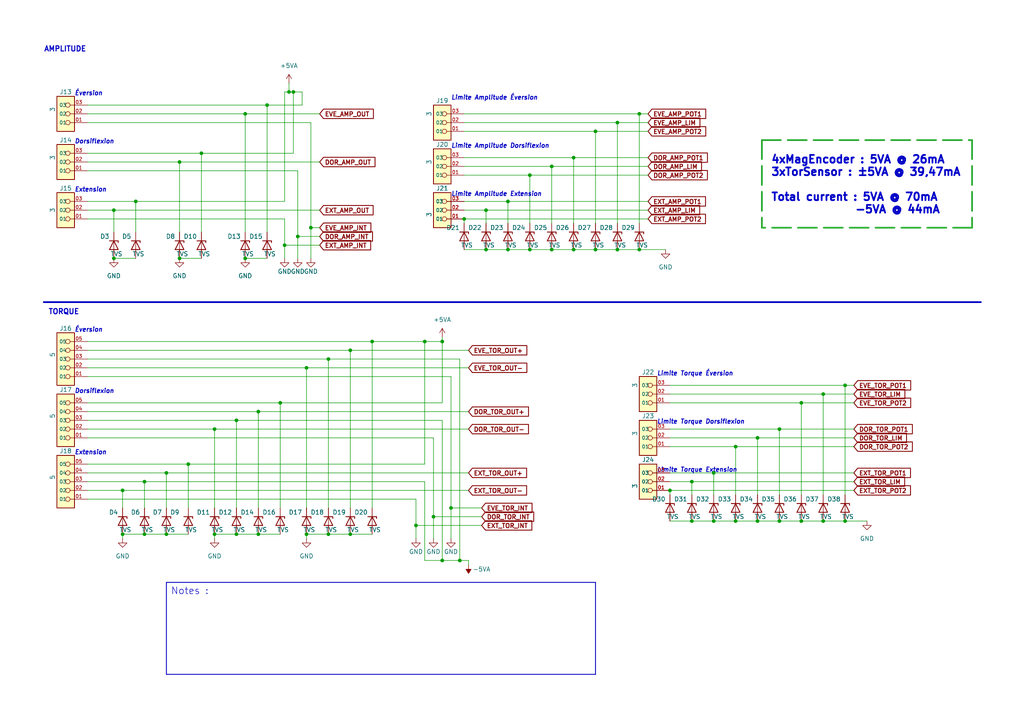
<source format=kicad_sch>
(kicad_sch (version 20211123) (generator eeschema)
  (paper "A4")
  (lib_symbols
    (symbol "Device:D_Zener" (pin_numbers hide) (pin_names (offset 1.016) hide)
      (property "Reference" "D" (at 0 2.54 0))
      (property "Value" "D_Zener" (at 0 -2.54 0))
      (symbol "D_Zener_0_1"
        (polyline (pts (xy 1.27 0) (xy -1.27 0)))
        (polyline (pts (xy -1.27 -1.27) (xy -1.27 1.27) (xy -0.762 1.27)) (stroke (width 0.254)))
        (polyline (pts (xy 1.27 -1.27) (xy 1.27 1.27) (xy -1.27 0) (xy 1.27 -1.27)) (stroke (width 0.254)))
      )
      (symbol "D_Zener_1_1"
        (pin passive line (at -3.81 0 0) (length 2.54) (name "K") (number "1"))
        (pin passive line (at 3.81 0 180) (length 2.54) (name "A") (number "2"))
      )
    )
    (symbol "SymLib:1751109" (pin_names (offset 1.016))
      (property "Reference" "J" (at -6.85 5.08 0))
      (property "Value" "1751109" (at -6.35 -7.62 0))
      (symbol "1751109_0_0"
        (rectangle (start -6.35 5.08) (end -1.27 -5.08) (stroke (width 0.254)) (fill (type background)))
        (circle (center -4.445 -2.54) (radius 0.635) (stroke (width 0.1524)))
        (circle (center -4.445 0) (radius 0.635) (stroke (width 0.1524)))
        (circle (center -4.445 2.54) (radius 0.635) (stroke (width 0.1524)))
        (pin passive line (at -10.16 2.54 0) (length 5.08) (name "01") (number "01"))
        (pin passive line (at -10.16 0 0) (length 5.08) (name "02") (number "02"))
        (pin passive line (at -10.16 -2.54 0) (length 5.08) (name "03") (number "03"))
      )
    )
    (symbol "SymLib:1751125" (pin_names (offset 1.016))
      (property "Reference" "J" (at -6.85 7.62 0))
      (property "Value" "1751125" (at -6.35 -10.16 0))
      (symbol "1751125_0_0"
        (rectangle (start -6.35 7.62) (end -1.27 -7.62) (stroke (width 0.254)) (fill (type background)))
        (circle (center -4.445 -5.08) (radius 0.635) (stroke (width 0.1524)))
        (circle (center -4.445 -2.54) (radius 0.635) (stroke (width 0.1524)))
        (circle (center -4.445 0) (radius 0.635) (stroke (width 0.1524)))
        (circle (center -4.445 2.54) (radius 0.635) (stroke (width 0.1524)))
        (circle (center -4.445 5.08) (radius 0.635) (stroke (width 0.1524)))
        (pin passive line (at -10.16 5.08 0) (length 5.08) (name "01") (number "01"))
        (pin passive line (at -10.16 2.54 0) (length 5.08) (name "02") (number "02"))
        (pin passive line (at -10.16 0 0) (length 5.08) (name "03") (number "03"))
        (pin passive line (at -10.16 -2.54 0) (length 5.08) (name "04") (number "04"))
        (pin passive line (at -10.16 -5.08 0) (length 5.08) (name "05") (number "05"))
      )
    )
    (symbol "power:+5VA" (power) (pin_names (offset 0))
      (property "Value" "+5VA" (at 0 3.556 0))
      (symbol "+5VA_0_1"
        (polyline (pts (xy -0.762 1.27) (xy 0 2.54)))
        (polyline (pts (xy 0 0) (xy 0 2.54)))
        (polyline (pts (xy 0 2.54) (xy 0.762 1.27)))
      )
      (symbol "+5VA_1_1"
        (pin power_in line (at 0 0 90) (length 0) hide (name "+5VA") (number "1"))
      )
    )
    (symbol "power:-5VA" (power) (pin_names (offset 0))
      (property "Value" "-5VA" (at 0 3.81 0))
      (symbol "-5VA_0_0"
        (pin power_in line (at 0 0 90) (length 0) hide (name "-5VA") (number "1"))
      )
      (symbol "-5VA_0_1"
        (polyline (pts (xy 0 0) (xy 0 1.27) (xy 0.762 1.27) (xy 0 2.54) (xy -0.762 1.27) (xy 0 1.27)) (fill (type outline)))
      )
    )
    (symbol "power:GND" (power) (pin_names (offset 0))
      (property "Value" "GND" (at 0 -3.81 0))
      (symbol "GND_0_1"
        (polyline (pts (xy 0 0) (xy 0 -1.27) (xy 1.27 -1.27) (xy 0 -2.54) (xy -1.27 -1.27) (xy 0 -1.27)))
      )
      (symbol "GND_1_1"
        (pin power_in line (at 0 0 270) (length 0) hide (name "GND") (number "1"))
      )
    )
  )
  (junction (at 48.26 137.16))
  (junction (at 85.09 26.67))
  (junction (at 125.73 149.86))
  (junction (at 41.91 154.94))
  (junction (at 88.9 154.94))
  (junction (at 41.91 139.7))
  (junction (at 207.01 151.13))
  (junction (at 74.93 119.38))
  (junction (at 52.07 46.99))
  (junction (at 62.23 124.46))
  (junction (at 77.47 30.48))
  (junction (at 185.42 72.39))
  (junction (at 95.25 154.94))
  (junction (at 95.25 104.14))
  (junction (at 82.55 71.12))
  (junction (at 140.97 72.39))
  (junction (at 48.26 154.94))
  (junction (at 232.41 151.13))
  (junction (at 179.07 72.39))
  (junction (at 147.32 58.42))
  (junction (at 140.97 60.96))
  (junction (at 101.6 154.94))
  (junction (at 35.56 154.94))
  (junction (at 179.07 35.56))
  (junction (at 33.02 60.96))
  (junction (at 219.71 151.13))
  (junction (at 207.01 137.16))
  (junction (at 185.42 33.02))
  (junction (at 172.72 38.1))
  (junction (at 238.76 151.13))
  (junction (at 245.11 111.76))
  (junction (at 128.27 162.56))
  (junction (at 90.17 66.04))
  (junction (at 245.11 151.13))
  (junction (at 107.95 99.06))
  (junction (at 153.67 50.8))
  (junction (at 71.12 33.02))
  (junction (at 200.66 139.7))
  (junction (at 166.37 45.72))
  (junction (at 120.65 152.4))
  (junction (at 226.06 124.46))
  (junction (at 101.6 101.6))
  (junction (at 123.19 99.06))
  (junction (at 219.71 127))
  (junction (at 33.02 74.93))
  (junction (at 134.62 63.5))
  (junction (at 68.58 154.94))
  (junction (at 35.56 142.24))
  (junction (at 130.81 147.32))
  (junction (at 68.58 121.92))
  (junction (at 52.07 74.93))
  (junction (at 62.23 154.94))
  (junction (at 232.41 116.84))
  (junction (at 86.36 68.58))
  (junction (at 160.02 72.39))
  (junction (at 200.66 151.13))
  (junction (at 71.12 74.93))
  (junction (at 213.36 129.54))
  (junction (at 133.35 162.56))
  (junction (at 160.02 48.26))
  (junction (at 58.42 44.45))
  (junction (at 166.37 72.39))
  (junction (at 128.27 99.06))
  (junction (at 39.37 58.42))
  (junction (at 83.82 26.67))
  (junction (at 54.61 134.62))
  (junction (at 226.06 151.13))
  (junction (at 213.36 151.13))
  (junction (at 147.32 72.39))
  (junction (at 194.31 142.24))
  (junction (at 74.93 154.94))
  (junction (at 81.28 116.84))
  (junction (at 238.76 114.3))
  (junction (at 172.72 72.39))
  (junction (at 153.67 72.39))
  (junction (at 88.9 106.68))
  (wire (pts (xy 68.58 121.92) (xy 68.58 147.32)))
  (wire (pts (xy 213.36 129.54) (xy 213.36 143.51)))
  (wire (pts (xy 92.71 60.96) (xy 33.02 60.96)))
  (wire (pts (xy 85.09 26.67) (xy 87.63 26.67)))
  (wire (pts (xy 187.96 38.1) (xy 172.72 38.1)))
  (wire (pts (xy 25.4 109.22) (xy 130.81 109.22)))
  (wire (pts (xy 147.32 72.39) (xy 153.67 72.39)))
  (wire (pts (xy 81.28 116.84) (xy 81.28 147.32)))
  (wire (pts (xy 54.61 134.62) (xy 123.19 134.62)))
  (wire (pts (xy 172.72 38.1) (xy 134.62 38.1)))
  (wire (pts (xy 41.91 139.7) (xy 123.19 139.7)))
  (wire (pts (xy 232.41 151.13) (xy 238.76 151.13)))
  (wire (pts (xy 88.9 106.68) (xy 135.89 106.68)))
  (wire (pts (xy 107.95 99.06) (xy 123.19 99.06)))
  (wire (pts (xy 166.37 72.39) (xy 172.72 72.39)))
  (polyline (pts (xy 48.26 168.91) (xy 48.26 195.58)) (stroke (width 0.25) (type solid)))
  (wire (pts (xy 153.67 72.39) (xy 160.02 72.39)))
  (wire (pts (xy 25.4 44.45) (xy 58.42 44.45)))
  (wire (pts (xy 130.81 147.32) (xy 139.7 147.32)))
  (wire (pts (xy 25.4 142.24) (xy 35.56 142.24)))
  (wire (pts (xy 25.4 121.92) (xy 68.58 121.92)))
  (wire (pts (xy 25.4 30.48) (xy 77.47 30.48)))
  (wire (pts (xy 194.31 151.13) (xy 200.66 151.13)))
  (wire (pts (xy 219.71 151.13) (xy 226.06 151.13)))
  (wire (pts (xy 123.19 139.7) (xy 123.19 162.56)))
  (wire (pts (xy 86.36 68.58) (xy 86.36 74.93)))
  (wire (pts (xy 135.89 101.6) (xy 101.6 101.6)))
  (wire (pts (xy 140.97 72.39) (xy 147.32 72.39)))
  (wire (pts (xy 128.27 121.92) (xy 128.27 162.56)))
  (wire (pts (xy 77.47 30.48) (xy 87.63 30.48)))
  (wire (pts (xy 187.96 63.5) (xy 134.62 63.5)))
  (wire (pts (xy 247.65 124.46) (xy 226.06 124.46)))
  (wire (pts (xy 86.36 49.53) (xy 86.36 68.58)))
  (wire (pts (xy 101.6 154.94) (xy 107.95 154.94)))
  (wire (pts (xy 48.26 154.94) (xy 54.61 154.94)))
  (wire (pts (xy 187.96 48.26) (xy 160.02 48.26)))
  (wire (pts (xy 107.95 99.06) (xy 107.95 147.32)))
  (wire (pts (xy 25.4 58.42) (xy 39.37 58.42)))
  (wire (pts (xy 125.73 149.86) (xy 125.73 156.21)))
  (wire (pts (xy 247.65 127) (xy 219.71 127)))
  (wire (pts (xy 187.96 35.56) (xy 179.07 35.56)))
  (wire (pts (xy 25.4 144.78) (xy 120.65 144.78)))
  (wire (pts (xy 130.81 147.32) (xy 130.81 156.21)))
  (wire (pts (xy 135.89 162.56) (xy 135.89 163.83)))
  (wire (pts (xy 88.9 154.94) (xy 95.25 154.94)))
  (wire (pts (xy 179.07 35.56) (xy 179.07 64.77)))
  (wire (pts (xy 128.27 162.56) (xy 133.35 162.56)))
  (wire (pts (xy 25.4 124.46) (xy 62.23 124.46)))
  (wire (pts (xy 207.01 137.16) (xy 194.31 137.16)))
  (wire (pts (xy 39.37 58.42) (xy 82.55 58.42)))
  (wire (pts (xy 81.28 116.84) (xy 128.27 116.84)))
  (wire (pts (xy 245.11 151.13) (xy 251.46 151.13)))
  (polyline (pts (xy 220.98 40.64) (xy 220.98 66.04)) (stroke (width 0.5) (type dash) (color 37 168 45 1)))
  (wire (pts (xy 120.65 152.4) (xy 139.7 152.4)))
  (wire (pts (xy 219.71 127) (xy 194.31 127)))
  (wire (pts (xy 88.9 154.94) (xy 88.9 156.21)))
  (wire (pts (xy 83.82 26.67) (xy 85.09 26.67)))
  (wire (pts (xy 247.65 129.54) (xy 213.36 129.54)))
  (wire (pts (xy 74.93 119.38) (xy 74.93 147.32)))
  (wire (pts (xy 133.35 104.14) (xy 133.35 162.56)))
  (wire (pts (xy 140.97 60.96) (xy 140.97 64.77)))
  (wire (pts (xy 247.65 116.84) (xy 232.41 116.84)))
  (wire (pts (xy 95.25 104.14) (xy 95.25 147.32)))
  (wire (pts (xy 135.89 137.16) (xy 48.26 137.16)))
  (wire (pts (xy 74.93 119.38) (xy 25.4 119.38)))
  (wire (pts (xy 25.4 104.14) (xy 95.25 104.14)))
  (wire (pts (xy 86.36 68.58) (xy 92.71 68.58)))
  (wire (pts (xy 160.02 72.39) (xy 166.37 72.39)))
  (wire (pts (xy 82.55 63.5) (xy 82.55 71.12)))
  (wire (pts (xy 25.4 63.5) (xy 82.55 63.5)))
  (wire (pts (xy 128.27 99.06) (xy 123.19 99.06)))
  (polyline (pts (xy 48.26 168.91) (xy 172.72 168.91)) (stroke (width 0.25) (type solid)))
  (wire (pts (xy 25.4 106.68) (xy 88.9 106.68)))
  (polyline (pts (xy 172.72 195.58) (xy 48.26 195.58)) (stroke (width 0.25) (type solid)))
  (wire (pts (xy 52.07 74.93) (xy 58.42 74.93)))
  (wire (pts (xy 101.6 101.6) (xy 101.6 147.32)))
  (wire (pts (xy 219.71 127) (xy 219.71 143.51)))
  (wire (pts (xy 25.4 60.96) (xy 33.02 60.96)))
  (wire (pts (xy 140.97 60.96) (xy 134.62 60.96)))
  (wire (pts (xy 187.96 33.02) (xy 185.42 33.02)))
  (wire (pts (xy 135.89 162.56) (xy 133.35 162.56)))
  (wire (pts (xy 245.11 111.76) (xy 194.31 111.76)))
  (wire (pts (xy 33.02 74.93) (xy 39.37 74.93)))
  (wire (pts (xy 25.4 127) (xy 125.73 127)))
  (wire (pts (xy 35.56 142.24) (xy 35.56 147.32)))
  (wire (pts (xy 62.23 154.94) (xy 68.58 154.94)))
  (wire (pts (xy 130.81 109.22) (xy 130.81 147.32)))
  (wire (pts (xy 187.96 58.42) (xy 147.32 58.42)))
  (wire (pts (xy 172.72 72.39) (xy 179.07 72.39)))
  (wire (pts (xy 39.37 58.42) (xy 39.37 67.31)))
  (wire (pts (xy 232.41 116.84) (xy 194.31 116.84)))
  (wire (pts (xy 238.76 151.13) (xy 245.11 151.13)))
  (wire (pts (xy 185.42 72.39) (xy 193.04 72.39)))
  (wire (pts (xy 82.55 71.12) (xy 92.71 71.12)))
  (wire (pts (xy 58.42 44.45) (xy 58.42 67.31)))
  (wire (pts (xy 101.6 101.6) (xy 25.4 101.6)))
  (wire (pts (xy 33.02 60.96) (xy 33.02 67.31)))
  (wire (pts (xy 25.4 33.02) (xy 71.12 33.02)))
  (wire (pts (xy 35.56 154.94) (xy 41.91 154.94)))
  (wire (pts (xy 85.09 26.67) (xy 85.09 44.45)))
  (wire (pts (xy 147.32 58.42) (xy 134.62 58.42)))
  (wire (pts (xy 213.36 151.13) (xy 219.71 151.13)))
  (wire (pts (xy 58.42 44.45) (xy 85.09 44.45)))
  (wire (pts (xy 25.4 99.06) (xy 107.95 99.06)))
  (wire (pts (xy 25.4 116.84) (xy 81.28 116.84)))
  (wire (pts (xy 120.65 152.4) (xy 120.65 156.21)))
  (wire (pts (xy 135.89 119.38) (xy 74.93 119.38)))
  (wire (pts (xy 62.23 154.94) (xy 62.23 156.21)))
  (wire (pts (xy 238.76 114.3) (xy 194.31 114.3)))
  (wire (pts (xy 185.42 33.02) (xy 134.62 33.02)))
  (polyline (pts (xy 12.7 87.63) (xy 284.48 87.63)) (stroke (width 0.5) (type solid)))
  (wire (pts (xy 54.61 134.62) (xy 54.61 147.32)))
  (wire (pts (xy 62.23 124.46) (xy 135.89 124.46)))
  (wire (pts (xy 185.42 33.02) (xy 185.42 64.77)))
  (wire (pts (xy 153.67 50.8) (xy 134.62 50.8)))
  (wire (pts (xy 160.02 48.26) (xy 134.62 48.26)))
  (wire (pts (xy 160.02 48.26) (xy 160.02 64.77)))
  (wire (pts (xy 62.23 124.46) (xy 62.23 147.32)))
  (wire (pts (xy 68.58 121.92) (xy 128.27 121.92)))
  (wire (pts (xy 200.66 139.7) (xy 194.31 139.7)))
  (wire (pts (xy 25.4 46.99) (xy 52.07 46.99)))
  (wire (pts (xy 200.66 139.7) (xy 200.66 143.51)))
  (wire (pts (xy 172.72 38.1) (xy 172.72 64.77)))
  (wire (pts (xy 207.01 137.16) (xy 207.01 143.51)))
  (wire (pts (xy 179.07 72.39) (xy 185.42 72.39)))
  (wire (pts (xy 52.07 46.99) (xy 52.07 67.31)))
  (wire (pts (xy 200.66 151.13) (xy 207.01 151.13)))
  (wire (pts (xy 187.96 45.72) (xy 166.37 45.72)))
  (wire (pts (xy 147.32 58.42) (xy 147.32 64.77)))
  (wire (pts (xy 83.82 24.13) (xy 83.82 26.67)))
  (wire (pts (xy 226.06 151.13) (xy 232.41 151.13)))
  (wire (pts (xy 95.25 154.94) (xy 101.6 154.94)))
  (wire (pts (xy 194.31 142.24) (xy 194.31 143.51)))
  (wire (pts (xy 90.17 35.56) (xy 90.17 66.04)))
  (wire (pts (xy 41.91 154.94) (xy 48.26 154.94)))
  (wire (pts (xy 153.67 50.8) (xy 153.67 64.77)))
  (wire (pts (xy 245.11 111.76) (xy 245.11 143.51)))
  (wire (pts (xy 232.41 116.84) (xy 232.41 143.51)))
  (wire (pts (xy 25.4 35.56) (xy 90.17 35.56)))
  (wire (pts (xy 71.12 74.93) (xy 77.47 74.93)))
  (wire (pts (xy 82.55 26.67) (xy 82.55 58.42)))
  (wire (pts (xy 90.17 66.04) (xy 92.71 66.04)))
  (wire (pts (xy 74.93 154.94) (xy 81.28 154.94)))
  (wire (pts (xy 134.62 72.39) (xy 140.97 72.39)))
  (polyline (pts (xy 281.94 40.64) (xy 281.94 66.04)) (stroke (width 0.5) (type dash) (color 37 168 45 1)))
  (wire (pts (xy 48.26 137.16) (xy 25.4 137.16)))
  (wire (pts (xy 25.4 49.53) (xy 86.36 49.53)))
  (wire (pts (xy 87.63 26.67) (xy 87.63 30.48)))
  (wire (pts (xy 92.71 46.99) (xy 52.07 46.99)))
  (wire (pts (xy 134.62 63.5) (xy 134.62 64.77)))
  (wire (pts (xy 247.65 137.16) (xy 207.01 137.16)))
  (wire (pts (xy 213.36 129.54) (xy 194.31 129.54)))
  (wire (pts (xy 226.06 124.46) (xy 226.06 143.51)))
  (wire (pts (xy 68.58 154.94) (xy 74.93 154.94)))
  (wire (pts (xy 48.26 137.16) (xy 48.26 147.32)))
  (wire (pts (xy 207.01 151.13) (xy 213.36 151.13)))
  (wire (pts (xy 187.96 60.96) (xy 140.97 60.96)))
  (wire (pts (xy 125.73 127) (xy 125.73 149.86)))
  (wire (pts (xy 25.4 134.62) (xy 54.61 134.62)))
  (wire (pts (xy 179.07 35.56) (xy 134.62 35.56)))
  (wire (pts (xy 226.06 124.46) (xy 194.31 124.46)))
  (wire (pts (xy 238.76 114.3) (xy 238.76 143.51)))
  (wire (pts (xy 35.56 142.24) (xy 135.89 142.24)))
  (wire (pts (xy 25.4 139.7) (xy 41.91 139.7)))
  (polyline (pts (xy 281.94 66.04) (xy 220.98 66.04)) (stroke (width 0.5) (type dash) (color 37 168 45 1)))
  (wire (pts (xy 194.31 142.24) (xy 247.65 142.24)))
  (wire (pts (xy 166.37 45.72) (xy 134.62 45.72)))
  (wire (pts (xy 247.65 114.3) (xy 238.76 114.3)))
  (polyline (pts (xy 220.98 40.64) (xy 281.94 40.64)) (stroke (width 0.5) (type dash) (color 37 168 45 1)))
  (polyline (pts (xy 172.72 168.91) (xy 172.72 195.58)) (stroke (width 0.25) (type solid)))
  (wire (pts (xy 125.73 149.86) (xy 139.7 149.86)))
  (wire (pts (xy 92.71 33.02) (xy 71.12 33.02)))
  (wire (pts (xy 128.27 99.06) (xy 128.27 116.84)))
  (wire (pts (xy 187.96 50.8) (xy 153.67 50.8)))
  (wire (pts (xy 128.27 97.79) (xy 128.27 99.06)))
  (wire (pts (xy 82.55 71.12) (xy 82.55 74.93)))
  (wire (pts (xy 120.65 144.78) (xy 120.65 152.4)))
  (wire (pts (xy 123.19 99.06) (xy 123.19 134.62)))
  (wire (pts (xy 90.17 66.04) (xy 90.17 74.93)))
  (wire (pts (xy 166.37 45.72) (xy 166.37 64.77)))
  (wire (pts (xy 88.9 106.68) (xy 88.9 147.32)))
  (wire (pts (xy 95.25 104.14) (xy 133.35 104.14)))
  (wire (pts (xy 35.56 154.94) (xy 35.56 156.21)))
  (wire (pts (xy 247.65 111.76) (xy 245.11 111.76)))
  (wire (pts (xy 82.55 26.67) (xy 83.82 26.67)))
  (wire (pts (xy 41.91 139.7) (xy 41.91 147.32)))
  (wire (pts (xy 123.19 162.56) (xy 128.27 162.56)))
  (wire (pts (xy 247.65 139.7) (xy 200.66 139.7)))
  (wire (pts (xy 71.12 33.02) (xy 71.12 67.31)))
  (wire (pts (xy 77.47 30.48) (xy 77.47 67.31)))
  (text "4xMagEncoder : 5VA @ 26mA\n3xTorSensor : ±5VA @ 39,47mA\n\nTotal current : 5VA @ 70mA\n		    -5VA @ 44mA" (at 223.52 62.23 0) (effects (font (size 2.25 2.25) (thickness 0.5) bold) (justify left bottom)))
  (text "Limite Torque Éversion" (at 190.5 109.22 0) (effects (font (size 1.27 1.27) (thickness 0.254) bold italic) (justify left bottom)))
  (text "TORQUE" (at 13.97 91.44 0) (effects (font (size 1.5 1.5) (thickness 0.3) bold) (justify left bottom)))
  (text "AMPLITUDE" (at 12.7 15.24 0) (effects (font (size 1.5 1.5) (thickness 0.3) bold) (justify left bottom)))
  (text "Notes :" (at 49.53 172.72 0) (effects (font (size 2 2)) (justify left bottom)))
  (text "Éversion" (at 21.59 96.52 0) (effects (font (size 1.27 1.27) (thickness 0.254) bold italic) (justify left bottom)))
  (text "Extension" (at 21.59 55.88 0) (effects (font (size 1.27 1.27) (thickness 0.254) bold italic) (justify left bottom)))
  (text "Limite Amplitude Dorsiflexion" (at 130.81 43.18 0) (effects (font (size 1.27 1.27) (thickness 0.254) bold italic) (justify left bottom)))
  (text "Limite Torque Dorsiflexion" (at 190.5 123.19 0) (effects (font (size 1.27 1.27) (thickness 0.254) bold italic) (justify left bottom)))
  (text "Limite Amplitude Éversion" (at 130.81 29.21 0) (effects (font (size 1.27 1.27) (thickness 0.254) bold italic) (justify left bottom)))
  (text "Dorsiflexion" (at 21.59 114.3 0) (effects (font (size 1.27 1.27) (thickness 0.254) bold italic) (justify left bottom)))
  (text "Limite Amplitude Extension" (at 130.81 57.15 0) (effects (font (size 1.27 1.27) (thickness 0.254) bold italic) (justify left bottom)))
  (text "Dorsiflexion" (at 21.59 41.91 0) (effects (font (size 1.27 1.27) (thickness 0.254) bold italic) (justify left bottom)))
  (text "Limite Torque Extension" (at 190.5 137.16 0) (effects (font (size 1.27 1.27) (thickness 0.254) bold italic) (justify left bottom)))
  (text "Extension" (at 21.59 132.08 0) (effects (font (size 1.27 1.27) (thickness 0.254) bold italic) (justify left bottom)))
  (text "Éversion" (at 21.59 27.94 0) (effects (font (size 1.27 1.27) (thickness 0.254) bold italic) (justify left bottom)))
  (global_label "EXT_AMP_LIM" (shape input) (at 187.96 60.96 0) (effects (font (thickness 0.254) bold)) (property "Intersheet References" "${INTERSHEET_REFS}" (effects hide)))
  (global_label "DOR_AMP_OUT" (shape input) (at 92.71 46.99 0) (effects (font (thickness 0.254) bold)) (property "Intersheet References" "${INTERSHEET_REFS}" (effects hide)))
  (global_label "DOR_TOR_LIM" (shape input) (at 247.65 127 0) (effects (font (thickness 0.254) bold)) (property "Intersheet References" "${INTERSHEET_REFS}" (effects hide)))
  (global_label "DOR_AMP_INT" (shape input) (at 92.71 68.58 0) (effects (font (thickness 0.254) bold)) (property "Intersheet References" "${INTERSHEET_REFS}" (effects hide)))
  (global_label "EXT_TOR_LIM" (shape input) (at 247.65 139.7 0) (effects (font (thickness 0.254) bold)) (property "Intersheet References" "${INTERSHEET_REFS}" (effects hide)))
  (global_label "DOR_TOR_POT1" (shape input) (at 247.65 124.46 0) (effects (font (thickness 0.254) bold)) (property "Intersheet References" "${INTERSHEET_REFS}" (effects hide)))
  (global_label "EVE_TOR_INT" (shape input) (at 139.7 147.32 0) (effects (font (thickness 0.254) bold)) (property "Intersheet References" "${INTERSHEET_REFS}" (effects hide)))
  (global_label "EVE_AMP_INT" (shape input) (at 92.71 66.04 0) (effects (font (thickness 0.254) bold)) (property "Intersheet References" "${INTERSHEET_REFS}" (effects hide)))
  (global_label "EXT_AMP_POT1" (shape input) (at 187.96 58.42 0) (effects (font (thickness 0.254) bold)) (property "Intersheet References" "${INTERSHEET_REFS}" (effects hide)))
  (global_label "DOR_TOR_OUT-" (shape input) (at 135.89 124.46 0) (effects (font (thickness 0.254) bold)) (property "Intersheet References" "${INTERSHEET_REFS}" (effects hide)))
  (global_label "EXT_AMP_INT" (shape input) (at 92.71 71.12 0) (effects (font (thickness 0.254) bold)) (property "Intersheet References" "${INTERSHEET_REFS}" (effects hide)))
  (global_label "DOR_AMP_POT1" (shape input) (at 187.96 45.72 0) (effects (font (thickness 0.254) bold)) (property "Intersheet References" "${INTERSHEET_REFS}" (effects hide)))
  (global_label "EVE_TOR_OUT-" (shape input) (at 135.89 106.68 0) (effects (font (thickness 0.254) bold)) (property "Intersheet References" "${INTERSHEET_REFS}" (effects hide)))
  (global_label "EVE_TOR_POT2" (shape input) (at 247.65 116.84 0) (effects (font (thickness 0.254) bold)) (property "Intersheet References" "${INTERSHEET_REFS}" (effects hide)))
  (global_label "EXT_TOR_POT1" (shape input) (at 247.65 137.16 0) (effects (font (thickness 0.254) bold)) (property "Intersheet References" "${INTERSHEET_REFS}" (effects hide)))
  (global_label "EVE_AMP_LIM" (shape input) (at 187.96 35.56 0) (effects (font (thickness 0.254) bold)) (property "Intersheet References" "${INTERSHEET_REFS}" (effects hide)))
  (global_label "EVE_AMP_OUT" (shape input) (at 92.71 33.02 0) (effects (font (thickness 0.254) bold)) (property "Intersheet References" "${INTERSHEET_REFS}" (effects hide)))
  (global_label "EXT_AMP_OUT" (shape input) (at 92.71 60.96 0) (effects (font (thickness 0.254) bold)) (property "Intersheet References" "${INTERSHEET_REFS}" (effects hide)))
  (global_label "DOR_AMP_LIM" (shape input) (at 187.96 48.26 0) (effects (font (thickness 0.254) bold)) (property "Intersheet References" "${INTERSHEET_REFS}" (effects hide)))
  (global_label "EXT_TOR_OUT+" (shape input) (at 135.89 137.16 0) (effects (font (thickness 0.254) bold)) (property "Intersheet References" "${INTERSHEET_REFS}" (effects hide)))
  (global_label "DOR_TOR_OUT+" (shape input) (at 135.89 119.38 0) (effects (font (thickness 0.254) bold)) (property "Intersheet References" "${INTERSHEET_REFS}" (effects hide)))
  (global_label "EXT_TOR_OUT-" (shape input) (at 135.89 142.24 0) (effects (font (thickness 0.254) bold)) (property "Intersheet References" "${INTERSHEET_REFS}" (effects hide)))
  (global_label "EVE_TOR_OUT+" (shape input) (at 135.89 101.6 0) (effects (font (thickness 0.254) bold)) (property "Intersheet References" "${INTERSHEET_REFS}" (effects hide)))
  (global_label "EVE_AMP_POT1" (shape input) (at 187.96 33.02 0) (effects (font (thickness 0.254) bold)) (property "Intersheet References" "${INTERSHEET_REFS}" (effects hide)))
  (global_label "DOR_TOR_INT" (shape input) (at 139.7 149.86 0) (effects (font (thickness 0.254) bold)) (property "Intersheet References" "${INTERSHEET_REFS}" (effects hide)))
  (global_label "EXT_AMP_POT2" (shape input) (at 187.96 63.5 0) (effects (font (thickness 0.254) bold)) (property "Intersheet References" "${INTERSHEET_REFS}" (effects hide)))
  (global_label "EVE_TOR_LIM" (shape input) (at 247.65 114.3 0) (effects (font (thickness 0.254) bold)) (property "Intersheet References" "${INTERSHEET_REFS}" (effects hide)))
  (global_label "EVE_TOR_POT1" (shape input) (at 247.65 111.76 0) (effects (font (thickness 0.254) bold)) (property "Intersheet References" "${INTERSHEET_REFS}" (effects hide)))
  (global_label "EXT_TOR_INT" (shape input) (at 139.7 152.4 0) (effects (font (thickness 0.254) bold)) (property "Intersheet References" "${INTERSHEET_REFS}" (effects hide)))
  (global_label "EVE_AMP_POT2" (shape input) (at 187.96 38.1 0) (effects (font (thickness 0.254) bold)) (property "Intersheet References" "${INTERSHEET_REFS}" (effects hide)))
  (global_label "DOR_TOR_POT2" (shape input) (at 247.65 129.54 0) (effects (font (thickness 0.254) bold)) (property "Intersheet References" "${INTERSHEET_REFS}" (effects hide)))
  (global_label "DOR_AMP_POT2" (shape input) (at 187.96 50.8 0) (effects (font (thickness 0.254) bold)) (property "Intersheet References" "${INTERSHEET_REFS}" (effects hide)))
  (global_label "EXT_TOR_POT2" (shape input) (at 247.65 142.24 0) (effects (font (thickness 0.254) bold)) (property "Intersheet References" "${INTERSHEET_REFS}" (effects hide)))
  (symbol (lib_id "Device:D_Zener") (at 172.72 68.58 270) (unit 1)
    (property "Reference" "D27" (at 171.45 66.04 90) (effects (justify right)))
    (property "Value" "TVS" (at 175.26 71.12 90) (effects (justify right)))
    (property "Footprint" "FootPrint:DPY2_TEX" (effects hide))
    (property "DESCRIPTION" "TVS DIODE 5.5VWM 14VC 2X1SON" (effects hide))
    (property "MANUFACTURER" "Texas Instruments" (effects hide))
    (property "PACKAGE" "0402 (1006 Metric)" (effects hide))
    (property "PART NUMBER" "TPD1E05U06DPYR" (effects hide))
    (property "TYPE" "SMD" (effects hide))
  )
  (symbol (lib_id "SymLib:1751109") (at 15.24 33.02 180) (unit 1)
    (property "Reference" "J13" (at 19.05 26.67 0))
    (property "Value" "3" (at 15.24 31.75 90))
    (property "Footprint" "FootPrint:PHOENIX_1751109" (effects hide))
    (property "PARTREV" "03.03.2021" (effects hide))
    (property "STANDARD" "Manufacturer Recommendations" (effects hide))
    (property "MANUFACTURER" "Phoenix Contact" (effects hide))
    (property "DESCRIPTION" "3 Position Wire to Board Terminal Block 55° (125°) Angle with Board 0.138\" (3.50mm) Through Hole" (effects hide))
    (property "PACKAGE" "3 POS 0.100\" (2.54mm)" (effects hide))
    (property "PART NUMBER" "1751109" (effects hide))
    (property "TYPE" "Through Hole" (effects hide))
  )
  (symbol (lib_id "Device:D_Zener") (at 245.11 147.32 270) (unit 1)
    (property "Reference" "D38" (at 243.84 144.78 90) (effects (justify right)))
    (property "Value" "TVS" (at 247.65 149.86 90) (effects (justify right)))
    (property "Footprint" "FootPrint:DPY2_TEX" (effects hide))
    (property "DESCRIPTION" "TVS DIODE 5.5VWM 14VC 2X1SON" (effects hide))
    (property "MANUFACTURER" "Texas Instruments" (effects hide))
    (property "PACKAGE" "0402 (1006 Metric)" (effects hide))
    (property "PART NUMBER" "TPD1E05U06DPYR" (effects hide))
    (property "TYPE" "SMD" (effects hide))
  )
  (symbol (lib_id "power:+5VA") (at 128.27 97.79 0) (unit 1)
    (property "Reference" "#PWR057" (effects hide))
    (property "Value" "+5VA" (at 128.27 92.71 0))
  )
  (symbol (lib_id "power:GND") (at 86.36 74.93 0) (unit 1)
    (property "Reference" "#PWR052" (effects hide))
    (property "Value" "GND" (at 86.36 78.74 0))
  )
  (symbol (lib_id "Device:D_Zener") (at 238.76 147.32 270) (unit 1)
    (property "Reference" "D37" (at 237.49 144.78 90) (effects (justify right)))
    (property "Value" "TVS" (at 241.3 149.86 90) (effects (justify right)))
    (property "Footprint" "FootPrint:DPY2_TEX" (effects hide))
    (property "DESCRIPTION" "TVS DIODE 5.5VWM 14VC 2X1SON" (effects hide))
    (property "MANUFACTURER" "Texas Instruments" (effects hide))
    (property "PACKAGE" "0402 (1006 Metric)" (effects hide))
    (property "PART NUMBER" "TPD1E05U06DPYR" (effects hide))
    (property "TYPE" "SMD" (effects hide))
  )
  (symbol (lib_id "power:GND") (at 125.73 156.21 0) (unit 1)
    (property "Reference" "#PWR056" (effects hide))
    (property "Value" "GND" (at 125.73 160.02 0))
  )
  (symbol (lib_id "SymLib:1751125") (at 15.24 104.14 180) (unit 1)
    (property "Reference" "J16" (at 19.05 95.25 0))
    (property "Value" "5" (at 15.24 102.87 90))
    (property "Footprint" "FootPrint:PHOENIX_1751125" (effects hide))
    (property "PARTREV" "03.03.2021" (effects hide))
    (property "STANDARD" "Manufacturer Recommendations" (effects hide))
    (property "MANUFACTURER" "Phoenix Contact" (effects hide))
    (property "DESCRIPTION" "5 Position Wire to Board Terminal Block 55° (125°) Angle with Board 0.138\" (3.50mm) Through Hole" (effects hide))
    (property "PACKAGE" "5 POS 0.100\" (2.54mm)" (effects hide))
    (property "PART NUMBER" "1751125" (effects hide))
    (property "TYPE" "Through Hole" (effects hide))
  )
  (symbol (lib_id "Device:D_Zener") (at 39.37 71.12 270) (unit 1)
    (property "Reference" "D5" (at 38.1 68.58 90) (effects (justify right)))
    (property "Value" "TVS" (at 41.91 73.66 90) (effects (justify right)))
    (property "Footprint" "FootPrint:DPY2_TEX" (effects hide))
    (property "DESCRIPTION" "TVS DIODE 5.5VWM 14VC 2X1SON" (effects hide))
    (property "MANUFACTURER" "Texas Instruments" (effects hide))
    (property "PACKAGE" "0402 (1006 Metric)" (effects hide))
    (property "PART NUMBER" "TPD1E05U06DPYR" (effects hide))
    (property "TYPE" "SMD" (effects hide))
  )
  (symbol (lib_id "power:GND") (at 251.46 151.13 0) (unit 1)
    (property "Reference" "#PWR061" (effects hide))
    (property "Value" "GND" (at 251.46 156.21 0))
  )
  (symbol (lib_id "Device:D_Zener") (at 74.93 151.13 270) (unit 1)
    (property "Reference" "D14" (at 73.66 148.59 90) (effects (justify right)))
    (property "Value" "TVS" (at 77.47 153.67 90) (effects (justify right)))
    (property "Footprint" "FootPrint:DPY2_TEX" (effects hide))
    (property "DESCRIPTION" "TVS DIODE 5.5VWM 14VC 2X1SON" (effects hide))
    (property "MANUFACTURER" "Texas Instruments" (effects hide))
    (property "PACKAGE" "0402 (1006 Metric)" (effects hide))
    (property "PART NUMBER" "TPD1E05U06DPYR" (effects hide))
    (property "TYPE" "SMD" (effects hide))
  )
  (symbol (lib_id "Device:D_Zener") (at 160.02 68.58 270) (unit 1)
    (property "Reference" "D25" (at 158.75 66.04 90) (effects (justify right)))
    (property "Value" "TVS" (at 162.56 71.12 90) (effects (justify right)))
    (property "Footprint" "FootPrint:DPY2_TEX" (effects hide))
    (property "DESCRIPTION" "TVS DIODE 5.5VWM 14VC 2X1SON" (effects hide))
    (property "MANUFACTURER" "Texas Instruments" (effects hide))
    (property "PACKAGE" "0402 (1006 Metric)" (effects hide))
    (property "PART NUMBER" "TPD1E05U06DPYR" (effects hide))
    (property "TYPE" "SMD" (effects hide))
  )
  (symbol (lib_id "power:+5VA") (at 83.82 24.13 0) (unit 1)
    (property "Reference" "#PWR051" (effects hide))
    (property "Value" "+5VA" (at 83.82 19.05 0))
  )
  (symbol (lib_id "power:-5VA") (at 135.89 163.83 180) (unit 1)
    (property "Reference" "#PWR059" (effects hide))
    (property "Value" "-5VA" (at 139.7 165.1 0))
  )
  (symbol (lib_id "SymLib:1751109") (at 184.15 127 180) (unit 1)
    (property "Reference" "J23" (at 187.96 120.65 0))
    (property "Value" "3" (at 184.15 125.73 90))
    (property "Footprint" "FootPrint:PHOENIX_1751109" (effects hide))
    (property "PARTREV" "03.03.2021" (effects hide))
    (property "STANDARD" "Manufacturer Recommendations" (effects hide))
    (property "MANUFACTURER" "Phoenix Contact" (effects hide))
    (property "DESCRIPTION" "3 Position Wire to Board Terminal Block 55° (125°) Angle with Board 0.138\" (3.50mm) Through Hole" (effects hide))
    (property "PACKAGE" "3 POS 0.100\" (2.54mm)" (effects hide))
    (property "PART NUMBER" "1751109" (effects hide))
    (property "TYPE" "Through Hole" (effects hide))
  )
  (symbol (lib_id "power:GND") (at 62.23 156.21 0) (unit 1)
    (property "Reference" "#PWR048" (effects hide))
    (property "Value" "GND" (at 62.23 161.29 0))
  )
  (symbol (lib_id "Device:D_Zener") (at 200.66 147.32 270) (unit 1)
    (property "Reference" "D31" (at 199.39 144.78 90) (effects (justify right)))
    (property "Value" "TVS" (at 203.2 149.86 90) (effects (justify right)))
    (property "Footprint" "FootPrint:DPY2_TEX" (effects hide))
    (property "DESCRIPTION" "TVS DIODE 5.5VWM 14VC 2X1SON" (effects hide))
    (property "MANUFACTURER" "Texas Instruments" (effects hide))
    (property "PACKAGE" "0402 (1006 Metric)" (effects hide))
    (property "PART NUMBER" "TPD1E05U06DPYR" (effects hide))
    (property "TYPE" "SMD" (effects hide))
  )
  (symbol (lib_id "Device:D_Zener") (at 185.42 68.58 270) (unit 1)
    (property "Reference" "D29" (at 184.15 66.04 90) (effects (justify right)))
    (property "Value" "TVS" (at 187.96 71.12 90) (effects (justify right)))
    (property "Footprint" "FootPrint:DPY2_TEX" (effects hide))
    (property "DESCRIPTION" "TVS DIODE 5.5VWM 14VC 2X1SON" (effects hide))
    (property "MANUFACTURER" "Texas Instruments" (effects hide))
    (property "PACKAGE" "0402 (1006 Metric)" (effects hide))
    (property "PART NUMBER" "TPD1E05U06DPYR" (effects hide))
    (property "TYPE" "SMD" (effects hide))
  )
  (symbol (lib_id "SymLib:1751109") (at 184.15 114.3 180) (unit 1)
    (property "Reference" "J22" (at 187.96 107.95 0))
    (property "Value" "3" (at 184.15 111.76 90))
    (property "Footprint" "FootPrint:PHOENIX_1751109" (effects hide))
    (property "PARTREV" "03.03.2021" (effects hide))
    (property "STANDARD" "Manufacturer Recommendations" (effects hide))
    (property "MANUFACTURER" "Phoenix Contact" (effects hide))
    (property "DESCRIPTION" "3 Position Wire to Board Terminal Block 55° (125°) Angle with Board 0.138\" (3.50mm) Through Hole" (effects hide))
    (property "PACKAGE" "3 POS 0.100\" (2.54mm)" (effects hide))
    (property "PART NUMBER" "1751109" (effects hide))
    (property "TYPE" "Through Hole" (effects hide))
  )
  (symbol (lib_id "SymLib:1751109") (at 124.46 35.56 180) (unit 1)
    (property "Reference" "J19" (at 128.27 29.21 0))
    (property "Value" "3" (at 124.46 33.02 90))
    (property "Footprint" "FootPrint:PHOENIX_1751109" (effects hide))
    (property "PARTREV" "03.03.2021" (effects hide))
    (property "STANDARD" "Manufacturer Recommendations" (effects hide))
    (property "MANUFACTURER" "Phoenix Contact" (effects hide))
    (property "DESCRIPTION" "3 Position Wire to Board Terminal Block 55° (125°) Angle with Board 0.138\" (3.50mm) Through Hole" (effects hide))
    (property "PACKAGE" "3 POS 0.100\" (2.54mm)" (effects hide))
    (property "PART NUMBER" "1751109" (effects hide))
    (property "TYPE" "Through Hole" (effects hide))
  )
  (symbol (lib_id "power:GND") (at 71.12 74.93 0) (unit 1)
    (property "Reference" "#PWR049" (effects hide))
    (property "Value" "GND" (at 71.12 80.01 0))
  )
  (symbol (lib_id "Device:D_Zener") (at 219.71 147.32 270) (unit 1)
    (property "Reference" "D34" (at 218.44 144.78 90) (effects (justify right)))
    (property "Value" "TVS" (at 222.25 149.86 90) (effects (justify right)))
    (property "Footprint" "FootPrint:DPY2_TEX" (effects hide))
    (property "DESCRIPTION" "TVS DIODE 5.5VWM 14VC 2X1SON" (effects hide))
    (property "MANUFACTURER" "Texas Instruments" (effects hide))
    (property "PACKAGE" "0402 (1006 Metric)" (effects hide))
    (property "PART NUMBER" "TPD1E05U06DPYR" (effects hide))
    (property "TYPE" "SMD" (effects hide))
  )
  (symbol (lib_id "power:GND") (at 193.04 72.39 0) (unit 1)
    (property "Reference" "#PWR060" (effects hide))
    (property "Value" "GND" (at 193.04 77.47 0))
  )
  (symbol (lib_id "SymLib:1751109") (at 124.46 48.26 180) (unit 1)
    (property "Reference" "J20" (at 128.27 41.91 0))
    (property "Value" "3" (at 124.46 46.99 90))
    (property "Footprint" "FootPrint:PHOENIX_1751109" (effects hide))
    (property "PARTREV" "03.03.2021" (effects hide))
    (property "STANDARD" "Manufacturer Recommendations" (effects hide))
    (property "MANUFACTURER" "Phoenix Contact" (effects hide))
    (property "DESCRIPTION" "3 Position Wire to Board Terminal Block 55° (125°) Angle with Board 0.138\" (3.50mm) Through Hole" (effects hide))
    (property "PACKAGE" "3 POS 0.100\" (2.54mm)" (effects hide))
    (property "PART NUMBER" "1751109" (effects hide))
    (property "TYPE" "Through Hole" (effects hide))
  )
  (symbol (lib_id "power:GND") (at 120.65 156.21 0) (unit 1)
    (property "Reference" "#PWR055" (effects hide))
    (property "Value" "GND" (at 120.65 160.02 0))
  )
  (symbol (lib_id "Device:D_Zener") (at 194.31 147.32 270) (unit 1)
    (property "Reference" "D30" (at 193.04 144.78 90) (effects (justify right)))
    (property "Value" "TVS" (at 196.85 149.86 90) (effects (justify right)))
    (property "Footprint" "FootPrint:DPY2_TEX" (effects hide))
    (property "DESCRIPTION" "TVS DIODE 5.5VWM 14VC 2X1SON" (effects hide))
    (property "MANUFACTURER" "Texas Instruments" (effects hide))
    (property "PACKAGE" "0402 (1006 Metric)" (effects hide))
    (property "PART NUMBER" "TPD1E05U06DPYR" (effects hide))
    (property "TYPE" "SMD" (effects hide))
  )
  (symbol (lib_id "SymLib:1751125") (at 15.24 139.7 180) (unit 1)
    (property "Reference" "J18" (at 19.05 130.81 0))
    (property "Value" "5" (at 15.24 138.43 90))
    (property "Footprint" "FootPrint:PHOENIX_1751125" (effects hide))
    (property "PARTREV" "03.03.2021" (effects hide))
    (property "STANDARD" "Manufacturer Recommendations" (effects hide))
    (property "MANUFACTURER" "Phoenix Contact" (effects hide))
    (property "DESCRIPTION" "5 Position Wire to Board Terminal Block 55° (125°) Angle with Board 0.138\" (3.50mm) Through Hole" (effects hide))
    (property "PACKAGE" "5 POS 0.100\" (2.54mm)" (effects hide))
    (property "PART NUMBER" "1751125" (effects hide))
    (property "TYPE" "Through Hole" (effects hide))
  )
  (symbol (lib_id "Device:D_Zener") (at 101.6 151.13 270) (unit 1)
    (property "Reference" "D19" (at 100.33 148.59 90) (effects (justify right)))
    (property "Value" "TVS" (at 104.14 153.67 90) (effects (justify right)))
    (property "Footprint" "FootPrint:DPY2_TEX" (effects hide))
    (property "DESCRIPTION" "TVS DIODE 5.5VWM 14VC 2X1SON" (effects hide))
    (property "MANUFACTURER" "Texas Instruments" (effects hide))
    (property "PACKAGE" "0402 (1006 Metric)" (effects hide))
    (property "PART NUMBER" "TPD1E05U06DPYR" (effects hide))
    (property "TYPE" "SMD" (effects hide))
  )
  (symbol (lib_id "SymLib:1751109") (at 184.15 139.7 180) (unit 1)
    (property "Reference" "J24" (at 187.96 133.35 0))
    (property "Value" "3" (at 184.15 140.97 90))
    (property "Footprint" "FootPrint:PHOENIX_1751109" (effects hide))
    (property "PARTREV" "03.03.2021" (effects hide))
    (property "STANDARD" "Manufacturer Recommendations" (effects hide))
    (property "MANUFACTURER" "Phoenix Contact" (effects hide))
    (property "DESCRIPTION" "3 Position Wire to Board Terminal Block 55° (125°) Angle with Board 0.138\" (3.50mm) Through Hole" (effects hide))
    (property "PACKAGE" "3 POS 0.100\" (2.54mm)" (effects hide))
    (property "PART NUMBER" "1751109" (effects hide))
    (property "TYPE" "Through Hole" (effects hide))
  )
  (symbol (lib_id "SymLib:1751109") (at 15.24 46.99 180) (unit 1)
    (property "Reference" "J14" (at 19.05 40.64 0))
    (property "Value" "3" (at 15.24 45.72 90))
    (property "Footprint" "FootPrint:PHOENIX_1751109" (effects hide))
    (property "PARTREV" "03.03.2021" (effects hide))
    (property "STANDARD" "Manufacturer Recommendations" (effects hide))
    (property "MANUFACTURER" "Phoenix Contact" (effects hide))
    (property "DESCRIPTION" "3 Position Wire to Board Terminal Block 55° (125°) Angle with Board 0.138\" (3.50mm) Through Hole" (effects hide))
    (property "PACKAGE" "3 POS 0.100\" (2.54mm)" (effects hide))
    (property "PART NUMBER" "1751109" (effects hide))
    (property "TYPE" "Through Hole" (effects hide))
  )
  (symbol (lib_id "power:GND") (at 82.55 74.93 0) (unit 1)
    (property "Reference" "#PWR050" (effects hide))
    (property "Value" "GND" (at 82.55 78.74 0))
  )
  (symbol (lib_id "Device:D_Zener") (at 71.12 71.12 270) (unit 1)
    (property "Reference" "D13" (at 69.85 68.58 90) (effects (justify right)))
    (property "Value" "TVS" (at 73.66 73.66 90) (effects (justify right)))
    (property "Footprint" "FootPrint:DPY2_TEX" (effects hide))
    (property "DESCRIPTION" "TVS DIODE 5.5VWM 14VC 2X1SON" (effects hide))
    (property "MANUFACTURER" "Texas Instruments" (effects hide))
    (property "PACKAGE" "0402 (1006 Metric)" (effects hide))
    (property "PART NUMBER" "TPD1E05U06DPYR" (effects hide))
    (property "TYPE" "SMD" (effects hide))
  )
  (symbol (lib_id "Device:D_Zener") (at 213.36 147.32 270) (unit 1)
    (property "Reference" "D33" (at 212.09 144.78 90) (effects (justify right)))
    (property "Value" "TVS" (at 215.9 149.86 90) (effects (justify right)))
    (property "Footprint" "FootPrint:DPY2_TEX" (effects hide))
    (property "DESCRIPTION" "TVS DIODE 5.5VWM 14VC 2X1SON" (effects hide))
    (property "MANUFACTURER" "Texas Instruments" (effects hide))
    (property "PACKAGE" "0402 (1006 Metric)" (effects hide))
    (property "PART NUMBER" "TPD1E05U06DPYR" (effects hide))
    (property "TYPE" "SMD" (effects hide))
  )
  (symbol (lib_id "Device:D_Zener") (at 68.58 151.13 270) (unit 1)
    (property "Reference" "D12" (at 67.31 148.59 90) (effects (justify right)))
    (property "Value" "TVS" (at 71.12 153.67 90) (effects (justify right)))
    (property "Footprint" "FootPrint:DPY2_TEX" (effects hide))
    (property "DESCRIPTION" "TVS DIODE 5.5VWM 14VC 2X1SON" (effects hide))
    (property "MANUFACTURER" "Texas Instruments" (effects hide))
    (property "PACKAGE" "0402 (1006 Metric)" (effects hide))
    (property "PART NUMBER" "TPD1E05U06DPYR" (effects hide))
    (property "TYPE" "SMD" (effects hide))
  )
  (symbol (lib_id "Device:D_Zener") (at 48.26 151.13 270) (unit 1)
    (property "Reference" "D7" (at 46.99 148.59 90) (effects (justify right)))
    (property "Value" "TVS" (at 50.8 153.67 90) (effects (justify right)))
    (property "Footprint" "FootPrint:DPY2_TEX" (effects hide))
    (property "DESCRIPTION" "TVS DIODE 5.5VWM 14VC 2X1SON" (effects hide))
    (property "MANUFACTURER" "Texas Instruments" (effects hide))
    (property "PACKAGE" "0402 (1006 Metric)" (effects hide))
    (property "PART NUMBER" "TPD1E05U06DPYR" (effects hide))
    (property "TYPE" "SMD" (effects hide))
  )
  (symbol (lib_id "Device:D_Zener") (at 107.95 151.13 270) (unit 1)
    (property "Reference" "D20" (at 106.68 148.59 90) (effects (justify right)))
    (property "Value" "TVS" (at 110.49 153.67 90) (effects (justify right)))
    (property "Footprint" "FootPrint:DPY2_TEX" (effects hide))
    (property "DESCRIPTION" "TVS DIODE 5.5VWM 14VC 2X1SON" (effects hide))
    (property "MANUFACTURER" "Texas Instruments" (effects hide))
    (property "PACKAGE" "0402 (1006 Metric)" (effects hide))
    (property "PART NUMBER" "TPD1E05U06DPYR" (effects hide))
    (property "TYPE" "SMD" (effects hide))
  )
  (symbol (lib_id "Device:D_Zener") (at 207.01 147.32 270) (unit 1)
    (property "Reference" "D32" (at 205.74 144.78 90) (effects (justify right)))
    (property "Value" "TVS" (at 209.55 149.86 90) (effects (justify right)))
    (property "Footprint" "FootPrint:DPY2_TEX" (effects hide))
    (property "DESCRIPTION" "TVS DIODE 5.5VWM 14VC 2X1SON" (effects hide))
    (property "MANUFACTURER" "Texas Instruments" (effects hide))
    (property "PACKAGE" "0402 (1006 Metric)" (effects hide))
    (property "PART NUMBER" "TPD1E05U06DPYR" (effects hide))
    (property "TYPE" "SMD" (effects hide))
  )
  (symbol (lib_id "power:GND") (at 130.81 156.21 0) (unit 1)
    (property "Reference" "#PWR058" (effects hide))
    (property "Value" "GND" (at 130.81 160.02 0))
  )
  (symbol (lib_id "Device:D_Zener") (at 41.91 151.13 270) (unit 1)
    (property "Reference" "D6" (at 40.64 148.59 90) (effects (justify right)))
    (property "Value" "TVS" (at 44.45 153.67 90) (effects (justify right)))
    (property "Footprint" "FootPrint:DPY2_TEX" (effects hide))
    (property "DESCRIPTION" "TVS DIODE 5.5VWM 14VC 2X1SON" (effects hide))
    (property "MANUFACTURER" "Texas Instruments" (effects hide))
    (property "PACKAGE" "0402 (1006 Metric)" (effects hide))
    (property "PART NUMBER" "TPD1E05U06DPYR" (effects hide))
    (property "TYPE" "SMD" (effects hide))
  )
  (symbol (lib_id "power:GND") (at 88.9 156.21 0) (unit 1)
    (property "Reference" "#PWR053" (effects hide))
    (property "Value" "GND" (at 88.9 161.29 0))
  )
  (symbol (lib_id "Device:D_Zener") (at 33.02 71.12 270) (unit 1)
    (property "Reference" "D3" (at 31.75 68.58 90) (effects (justify right)))
    (property "Value" "TVS" (at 35.56 73.66 90) (effects (justify right)))
    (property "Footprint" "FootPrint:DPY2_TEX" (effects hide))
    (property "DESCRIPTION" "TVS DIODE 5.5VWM 14VC 2X1SON" (effects hide))
    (property "MANUFACTURER" "Texas Instruments" (effects hide))
    (property "PACKAGE" "0402 (1006 Metric)" (effects hide))
    (property "PART NUMBER" "TPD1E05U06DPYR" (effects hide))
    (property "TYPE" "SMD" (effects hide))
  )
  (symbol (lib_id "Device:D_Zener") (at 153.67 68.58 270) (unit 1)
    (property "Reference" "D24" (at 152.4 66.04 90) (effects (justify right)))
    (property "Value" "TVS" (at 156.21 71.12 90) (effects (justify right)))
    (property "Footprint" "FootPrint:DPY2_TEX" (effects hide))
    (property "DESCRIPTION" "TVS DIODE 5.5VWM 14VC 2X1SON" (effects hide))
    (property "MANUFACTURER" "Texas Instruments" (effects hide))
    (property "PACKAGE" "0402 (1006 Metric)" (effects hide))
    (property "PART NUMBER" "TPD1E05U06DPYR" (effects hide))
    (property "TYPE" "SMD" (effects hide))
  )
  (symbol (lib_id "Device:D_Zener") (at 62.23 151.13 270) (unit 1)
    (property "Reference" "D11" (at 60.96 148.59 90) (effects (justify right)))
    (property "Value" "TVS" (at 64.77 153.67 90) (effects (justify right)))
    (property "Footprint" "FootPrint:DPY2_TEX" (effects hide))
    (property "DESCRIPTION" "TVS DIODE 5.5VWM 14VC 2X1SON" (effects hide))
    (property "MANUFACTURER" "Texas Instruments" (effects hide))
    (property "PACKAGE" "0402 (1006 Metric)" (effects hide))
    (property "PART NUMBER" "TPD1E05U06DPYR" (effects hide))
    (property "TYPE" "SMD" (effects hide))
  )
  (symbol (lib_id "power:GND") (at 35.56 156.21 0) (unit 1)
    (property "Reference" "#PWR046" (effects hide))
    (property "Value" "GND" (at 35.56 161.29 0))
  )
  (symbol (lib_id "Device:D_Zener") (at 179.07 68.58 270) (unit 1)
    (property "Reference" "D28" (at 177.8 66.04 90) (effects (justify right)))
    (property "Value" "TVS" (at 181.61 71.12 90) (effects (justify right)))
    (property "Footprint" "FootPrint:DPY2_TEX" (effects hide))
    (property "DESCRIPTION" "TVS DIODE 5.5VWM 14VC 2X1SON" (effects hide))
    (property "MANUFACTURER" "Texas Instruments" (effects hide))
    (property "PACKAGE" "0402 (1006 Metric)" (effects hide))
    (property "PART NUMBER" "TPD1E05U06DPYR" (effects hide))
    (property "TYPE" "SMD" (effects hide))
  )
  (symbol (lib_id "Device:D_Zener") (at 166.37 68.58 270) (unit 1)
    (property "Reference" "D26" (at 165.1 66.04 90) (effects (justify right)))
    (property "Value" "TVS" (at 168.91 71.12 90) (effects (justify right)))
    (property "Footprint" "FootPrint:DPY2_TEX" (effects hide))
    (property "DESCRIPTION" "TVS DIODE 5.5VWM 14VC 2X1SON" (effects hide))
    (property "MANUFACTURER" "Texas Instruments" (effects hide))
    (property "PACKAGE" "0402 (1006 Metric)" (effects hide))
    (property "PART NUMBER" "TPD1E05U06DPYR" (effects hide))
    (property "TYPE" "SMD" (effects hide))
  )
  (symbol (lib_id "Device:D_Zener") (at 95.25 151.13 270) (unit 1)
    (property "Reference" "D18" (at 93.98 148.59 90) (effects (justify right)))
    (property "Value" "TVS" (at 97.79 153.67 90) (effects (justify right)))
    (property "Footprint" "FootPrint:DPY2_TEX" (effects hide))
    (property "DESCRIPTION" "TVS DIODE 5.5VWM 14VC 2X1SON" (effects hide))
    (property "MANUFACTURER" "Texas Instruments" (effects hide))
    (property "PACKAGE" "0402 (1006 Metric)" (effects hide))
    (property "PART NUMBER" "TPD1E05U06DPYR" (effects hide))
    (property "TYPE" "SMD" (effects hide))
  )
  (symbol (lib_id "Device:D_Zener") (at 232.41 147.32 270) (unit 1)
    (property "Reference" "D36" (at 231.14 144.78 90) (effects (justify right)))
    (property "Value" "TVS" (at 234.95 149.86 90) (effects (justify right)))
    (property "Footprint" "FootPrint:DPY2_TEX" (effects hide))
    (property "DESCRIPTION" "TVS DIODE 5.5VWM 14VC 2X1SON" (effects hide))
    (property "MANUFACTURER" "Texas Instruments" (effects hide))
    (property "PACKAGE" "0402 (1006 Metric)" (effects hide))
    (property "PART NUMBER" "TPD1E05U06DPYR" (effects hide))
    (property "TYPE" "SMD" (effects hide))
  )
  (symbol (lib_id "Device:D_Zener") (at 140.97 68.58 270) (unit 1)
    (property "Reference" "D22" (at 139.7 66.04 90) (effects (justify right)))
    (property "Value" "TVS" (at 143.51 71.12 90) (effects (justify right)))
    (property "Footprint" "FootPrint:DPY2_TEX" (effects hide))
    (property "DESCRIPTION" "TVS DIODE 5.5VWM 14VC 2X1SON" (effects hide))
    (property "MANUFACTURER" "Texas Instruments" (effects hide))
    (property "PACKAGE" "0402 (1006 Metric)" (effects hide))
    (property "PART NUMBER" "TPD1E05U06DPYR" (effects hide))
    (property "TYPE" "SMD" (effects hide))
  )
  (symbol (lib_id "power:GND") (at 90.17 74.93 0) (unit 1)
    (property "Reference" "#PWR054" (effects hide))
    (property "Value" "GND" (at 90.17 78.74 0))
  )
  (symbol (lib_id "Device:D_Zener") (at 77.47 71.12 270) (unit 1)
    (property "Reference" "D15" (at 76.2 68.58 90) (effects (justify right)))
    (property "Value" "TVS" (at 80.01 73.66 90) (effects (justify right)))
    (property "Footprint" "FootPrint:DPY2_TEX" (effects hide))
    (property "DESCRIPTION" "TVS DIODE 5.5VWM 14VC 2X1SON" (effects hide))
    (property "MANUFACTURER" "Texas Instruments" (effects hide))
    (property "PACKAGE" "0402 (1006 Metric)" (effects hide))
    (property "PART NUMBER" "TPD1E05U06DPYR" (effects hide))
    (property "TYPE" "SMD" (effects hide))
  )
  (symbol (lib_id "Device:D_Zener") (at 52.07 71.12 270) (unit 1)
    (property "Reference" "D8" (at 50.8 68.58 90) (effects (justify right)))
    (property "Value" "TVS" (at 54.61 73.66 90) (effects (justify right)))
    (property "Footprint" "FootPrint:DPY2_TEX" (effects hide))
    (property "DESCRIPTION" "TVS DIODE 5.5VWM 14VC 2X1SON" (effects hide))
    (property "MANUFACTURER" "Texas Instruments" (effects hide))
    (property "PACKAGE" "0402 (1006 Metric)" (effects hide))
    (property "PART NUMBER" "TPD1E05U06DPYR" (effects hide))
    (property "TYPE" "SMD" (effects hide))
  )
  (symbol (lib_id "SymLib:1751109") (at 124.46 60.96 180) (unit 1)
    (property "Reference" "J21" (at 128.27 54.61 0))
    (property "Value" "3" (at 124.46 62.23 90))
    (property "Footprint" "FootPrint:PHOENIX_1751109" (effects hide))
    (property "PARTREV" "03.03.2021" (effects hide))
    (property "STANDARD" "Manufacturer Recommendations" (effects hide))
    (property "MANUFACTURER" "Phoenix Contact" (effects hide))
    (property "DESCRIPTION" "3 Position Wire to Board Terminal Block 55° (125°) Angle with Board 0.138\" (3.50mm) Through Hole" (effects hide))
    (property "PACKAGE" "3 POS 0.100\" (2.54mm)" (effects hide))
    (property "PART NUMBER" "1751109" (effects hide))
    (property "TYPE" "Through Hole" (effects hide))
  )
  (symbol (lib_id "Device:D_Zener") (at 134.62 68.58 270) (unit 1)
    (property "Reference" "D21" (at 133.35 66.04 90) (effects (justify right)))
    (property "Value" "TVS" (at 137.16 71.12 90) (effects (justify right)))
    (property "Footprint" "FootPrint:DPY2_TEX" (effects hide))
    (property "DESCRIPTION" "TVS DIODE 5.5VWM 14VC 2X1SON" (effects hide))
    (property "MANUFACTURER" "Texas Instruments" (effects hide))
    (property "PACKAGE" "0402 (1006 Metric)" (effects hide))
    (property "PART NUMBER" "TPD1E05U06DPYR" (effects hide))
    (property "TYPE" "SMD" (effects hide))
  )
  (symbol (lib_id "power:GND") (at 52.07 74.93 0) (unit 1)
    (property "Reference" "#PWR047" (effects hide))
    (property "Value" "GND" (at 52.07 80.01 0))
  )
  (symbol (lib_id "Device:D_Zener") (at 88.9 151.13 270) (unit 1)
    (property "Reference" "D17" (at 87.63 148.59 90) (effects (justify right)))
    (property "Value" "TVS" (at 91.44 153.67 90) (effects (justify right)))
    (property "Footprint" "FootPrint:DPY2_TEX" (effects hide))
    (property "DESCRIPTION" "TVS DIODE 5.5VWM 14VC 2X1SON" (effects hide))
    (property "MANUFACTURER" "Texas Instruments" (effects hide))
    (property "PACKAGE" "0402 (1006 Metric)" (effects hide))
    (property "PART NUMBER" "TPD1E05U06DPYR" (effects hide))
    (property "TYPE" "SMD" (effects hide))
  )
  (symbol (lib_id "Device:D_Zener") (at 81.28 151.13 270) (unit 1)
    (property "Reference" "D16" (at 80.01 148.59 90) (effects (justify right)))
    (property "Value" "TVS" (at 83.82 153.67 90) (effects (justify right)))
    (property "Footprint" "FootPrint:DPY2_TEX" (effects hide))
    (property "DESCRIPTION" "TVS DIODE 5.5VWM 14VC 2X1SON" (effects hide))
    (property "MANUFACTURER" "Texas Instruments" (effects hide))
    (property "PACKAGE" "0402 (1006 Metric)" (effects hide))
    (property "PART NUMBER" "TPD1E05U06DPYR" (effects hide))
    (property "TYPE" "SMD" (effects hide))
  )
  (symbol (lib_id "Device:D_Zener") (at 58.42 71.12 270) (unit 1)
    (property "Reference" "D10" (at 57.15 68.58 90) (effects (justify right)))
    (property "Value" "TVS" (at 60.96 73.66 90) (effects (justify right)))
    (property "Footprint" "FootPrint:DPY2_TEX" (effects hide))
    (property "DESCRIPTION" "TVS DIODE 5.5VWM 14VC 2X1SON" (effects hide))
    (property "MANUFACTURER" "Texas Instruments" (effects hide))
    (property "PACKAGE" "0402 (1006 Metric)" (effects hide))
    (property "PART NUMBER" "TPD1E05U06DPYR" (effects hide))
    (property "TYPE" "SMD" (effects hide))
  )
  (symbol (lib_id "Device:D_Zener") (at 147.32 68.58 270) (unit 1)
    (property "Reference" "D23" (at 146.05 66.04 90) (effects (justify right)))
    (property "Value" "TVS" (at 149.86 71.12 90) (effects (justify right)))
    (property "Footprint" "FootPrint:DPY2_TEX" (effects hide))
    (property "DESCRIPTION" "TVS DIODE 5.5VWM 14VC 2X1SON" (effects hide))
    (property "MANUFACTURER" "Texas Instruments" (effects hide))
    (property "PACKAGE" "0402 (1006 Metric)" (effects hide))
    (property "PART NUMBER" "TPD1E05U06DPYR" (effects hide))
    (property "TYPE" "SMD" (effects hide))
  )
  (symbol (lib_id "Device:D_Zener") (at 54.61 151.13 270) (unit 1)
    (property "Reference" "D9" (at 52.07 148.59 90) (effects (justify right)))
    (property "Value" "TVS" (at 57.15 153.67 90) (effects (justify right)))
    (property "Footprint" "FootPrint:DPY2_TEX" (effects hide))
    (property "DESCRIPTION" "TVS DIODE 5.5VWM 14VC 2X1SON" (effects hide))
    (property "MANUFACTURER" "Texas Instruments" (effects hide))
    (property "PACKAGE" "0402 (1006 Metric)" (effects hide))
    (property "PART NUMBER" "TPD1E05U06DPYR" (effects hide))
    (property "TYPE" "SMD" (effects hide))
  )
  (symbol (lib_id "SymLib:1751125") (at 15.24 121.92 180) (unit 1)
    (property "Reference" "J17" (at 19.05 113.03 0))
    (property "Value" "5" (at 15.24 120.65 90))
    (property "Footprint" "FootPrint:PHOENIX_1751125" (effects hide))
    (property "PARTREV" "03.03.2021" (effects hide))
    (property "STANDARD" "Manufacturer Recommendations" (effects hide))
    (property "MANUFACTURER" "Phoenix Contact" (effects hide))
    (property "DESCRIPTION" "5 Position Wire to Board Terminal Block 55° (125°) Angle with Board 0.138\" (3.50mm) Through Hole" (effects hide))
    (property "PACKAGE" "5 POS 0.100\" (2.54mm)" (effects hide))
    (property "PART NUMBER" "1751125" (effects hide))
    (property "TYPE" "Through Hole" (effects hide))
  )
  (symbol (lib_id "Device:D_Zener") (at 35.56 151.13 270) (unit 1)
    (property "Reference" "D4" (at 34.29 148.59 90) (effects (justify right)))
    (property "Value" "TVS" (at 38.1 153.67 90) (effects (justify right)))
    (property "Footprint" "FootPrint:DPY2_TEX" (effects hide))
    (property "DESCRIPTION" "TVS DIODE 5.5VWM 14VC 2X1SON" (effects hide))
    (property "MANUFACTURER" "Texas Instruments" (effects hide))
    (property "PACKAGE" "0402 (1006 Metric)" (effects hide))
    (property "PART NUMBER" "TPD1E05U06DPYR" (effects hide))
    (property "TYPE" "SMD" (effects hide))
  )
  (symbol (lib_id "power:GND") (at 33.02 74.93 0) (unit 1)
    (property "Reference" "#PWR045" (effects hide))
    (property "Value" "GND" (at 33.02 80.01 0))
  )
  (symbol (lib_id "Device:D_Zener") (at 226.06 147.32 270) (unit 1)
    (property "Reference" "D35" (at 224.79 144.78 90) (effects (justify right)))
    (property "Value" "TVS" (at 228.6 149.86 90) (effects (justify right)))
    (property "Footprint" "FootPrint:DPY2_TEX" (effects hide))
    (property "DESCRIPTION" "TVS DIODE 5.5VWM 14VC 2X1SON" (effects hide))
    (property "MANUFACTURER" "Texas Instruments" (effects hide))
    (property "PACKAGE" "0402 (1006 Metric)" (effects hide))
    (property "PART NUMBER" "TPD1E05U06DPYR" (effects hide))
    (property "TYPE" "SMD" (effects hide))
  )
  (symbol (lib_id "SymLib:1751109") (at 15.24 60.96 180) (unit 1)
    (property "Reference" "J15" (at 19.05 54.61 0))
    (property "Value" "3" (at 15.24 60.96 90))
    (property "Footprint" "FootPrint:PHOENIX_1751109" (effects hide))
    (property "PARTREV" "03.03.2021" (effects hide))
    (property "STANDARD" "Manufacturer Recommendations" (effects hide))
    (property "MANUFACTURER" "Phoenix Contact" (effects hide))
    (property "DESCRIPTION" "3 Position Wire to Board Terminal Block 55° (125°) Angle with Board 0.138\" (3.50mm) Through Hole" (effects hide))
    (property "PACKAGE" "3 POS 0.100\" (2.54mm)" (effects hide))
    (property "PART NUMBER" "1751109" (effects hide))
    (property "TYPE" "Through Hole" (effects hide))
  )
)
</source>
